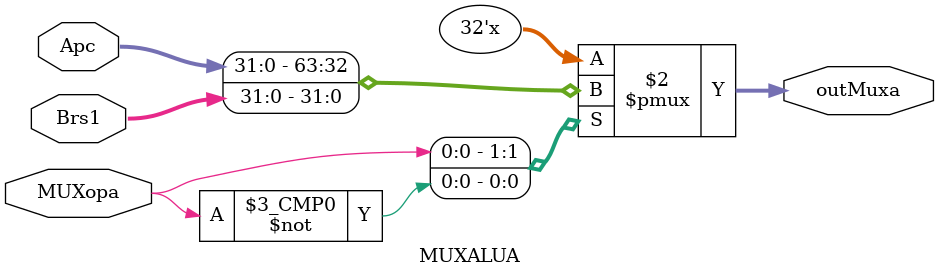
<source format=sv>
module MUXALUA(Apc, Brs1, MUXopa, outMuxa);
  input logic [31:0] Apc;
  input logic [31:0] Brs1;
  input logic MUXopa;
  
  output logic [31:0] outMuxa;
  
  always @(*) begin
    case (MUXopa)    	
      1'b1:      
        begin
          outMuxa <= Apc;
        end
      1'b0:         
        begin            
          outMuxa <= Brs1;          
        end
    endcase
  end
endmodule
</source>
